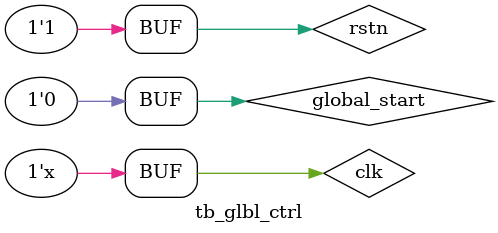
<source format=v>
`timescale 1ns / 1ps


module tb_glbl_ctrl();
    wire [3:0] start, clear;
    wire [3:0] done;
    reg clk, rstn, global_start;
    wire global_done;
    wire             x_en1,     x_en2,     x_en3,     x_en4;
    wire [1:0]     x_addr1,   x_addr2,   x_addr3,   x_addr4;
    wire             w_en1,     w_en2,     w_en3,     w_en4;
    wire [9:0]     w_addr1,   w_addr2,   w_addr3,   w_addr4;
    wire          save_en1,  save_en2,  save_en3,  save_en4;
    wire [9:0]  save_addr1,save_addr2,save_addr3,save_addr4;
    
    initial begin
        clk <= 0;
        rstn <= 0;
        global_start <= 0;
        
        #15 rstn <= 1;
        #10 global_start <= 1;
        #10 global_start <= 0;
        /*
        #50 done <= 4'b0001;
        #10 done <= 4'b0000;
        #50 done <= 4'b0011;
        #10 done <= 4'b0000;
        #50 done <= 4'b0111;
        #10 done <= 4'b0000;
        
        #50 done <= 4'b1111;
        #10 done <= 4'b0000;
        #50 done <= 4'b1111;
        #10 done <= 4'b0000;
        #20 done <= 4'b0010;        #30 done <= 4'b1111;
        #10 done <= 4'b0000;
        #50 done <= 4'b1111;
        #10 done <= 4'b0000;
        #50 done <= 4'b1111;
        #10 done <= 4'b0000;
        #50 done <= 4'b1111;
        #10 done <= 4'b0000;
        #50 done <= 4'b1111;
        #10 done <= 4'b0000;
        #50 done <= 4'b1111;
        #10 done <= 4'b0000;
        #50 done <= 4'b1111;
        #10 done <= 4'b0000;
        #50 done <= 4'b1111;
        #10 done <= 4'b0000;
        */
       
        
    end
    
    always@(*) begin
        #5 clk <= ~clk;
    end
    
    
    global_controller DUT(
    .clk_i(clk),       
    .rstn_i(rstn),      
    .start_i(global_start),     
    .done_i(done),      
    .start_o(start),     
    .clear_o(clear),     
    .done_o(global_done)       
    );
    
    loc_ctrl1 ctrl1(
    .clk_i(clk),
    .clear_i(clear[0]), //초기화
    .start_i(start[0]),
    .x_en(x_en1),
    .w_en(w_en1),
    .w_addr(w_addr1),
    .save_en(save_en1),    //저장 
    .save_addr(save_addr1),  //저장 주소
    .done(done[0])
    );
    
    loc_ctrl2 ctrl2(
    .clk_i(clk),
    .clear_i(clear[1]), //초기화
    .start_i(start[1]),
    .x_en(x_en2),
    .w_en(w_en2),
    .w_addr(w_addr2),
    .save_en(save_en2),    //저장 
    .save_addr(save_addr2),  //저장 주소
    .done(done[1])
    );
    
    loc_ctrl3 ctrl3(
    .clk_i(clk),
    .clear_i(clear[2]), //초기화
    .start_i(start[2]),
    //.valid_i(save_en2),
    //.x_en(x_en3),
    //.x_addr(x_addr3),
    .w_en(w_en3),
    .w_addr(w_addr3),
    .save_en(save_en3),    //저장 
    .done(done[2])
    );
    
    loc_ctrl4 ctrl4(
    .clk_i(clk),
    .clear_i(clear[3]), //초기화
    .start_i(start[3]),
    .x_en(x_en4),
    .x_addr(x_addr4),
    .w_en(w_en4),
    .w_addr(w_addr4),
    .save_en(save_en4),    //저장 
    .done(done[3])
    );
    
endmodule

</source>
